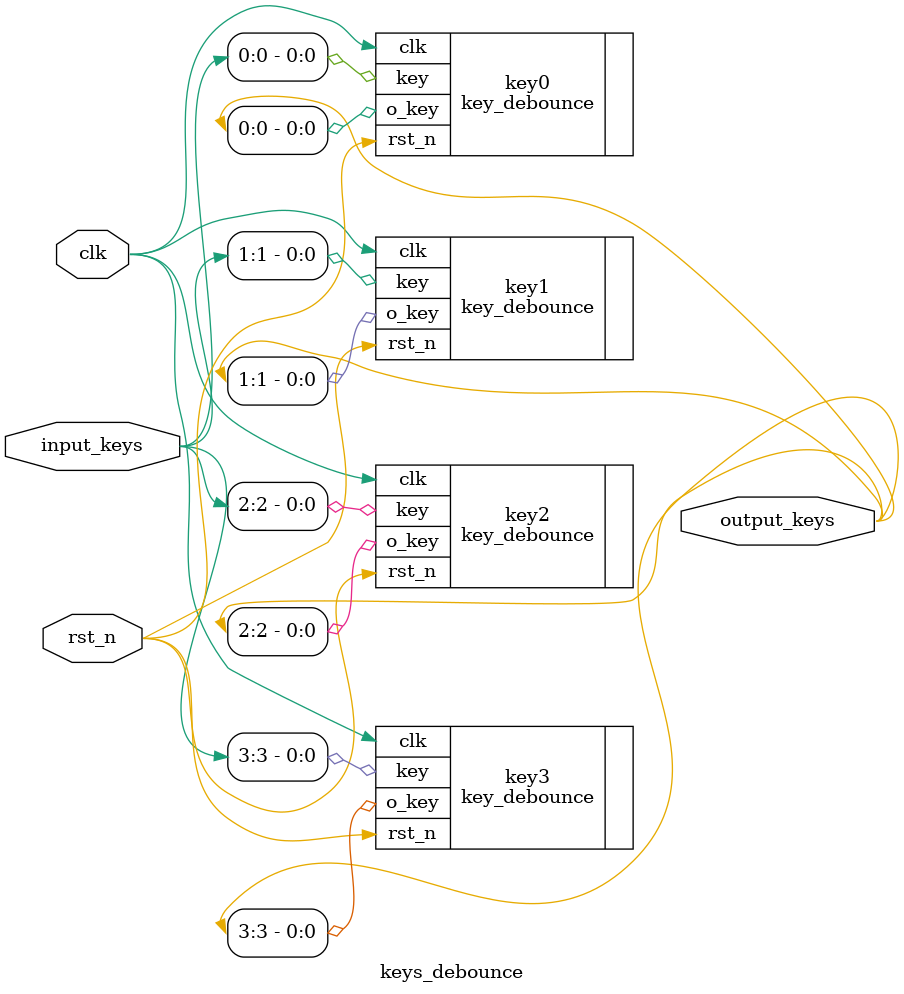
<source format=v>
module keys_debounce(clk,input_keys,rst_n,output_keys);
//对8个按键进行消抖
input clk,rst_n;
input [3:0]input_keys;
output [3:0]output_keys;

key_debounce key3(
    .clk(clk),
    .rst_n(rst_n),
    .key(input_keys[3]),
    .o_key(output_keys[3])
);
key_debounce key2(
    .clk(clk),
    .rst_n(rst_n),
    .key(input_keys[2]),
    .o_key(output_keys[2])
);
key_debounce key1(
    .clk(clk),
    .rst_n(rst_n),
    .key(input_keys[1]),
    .o_key(output_keys[1])
);
key_debounce key0(
    .clk(clk),
    .rst_n(rst_n),
    .key(input_keys[0]),
    .o_key(output_keys[0])
);

endmodule

</source>
